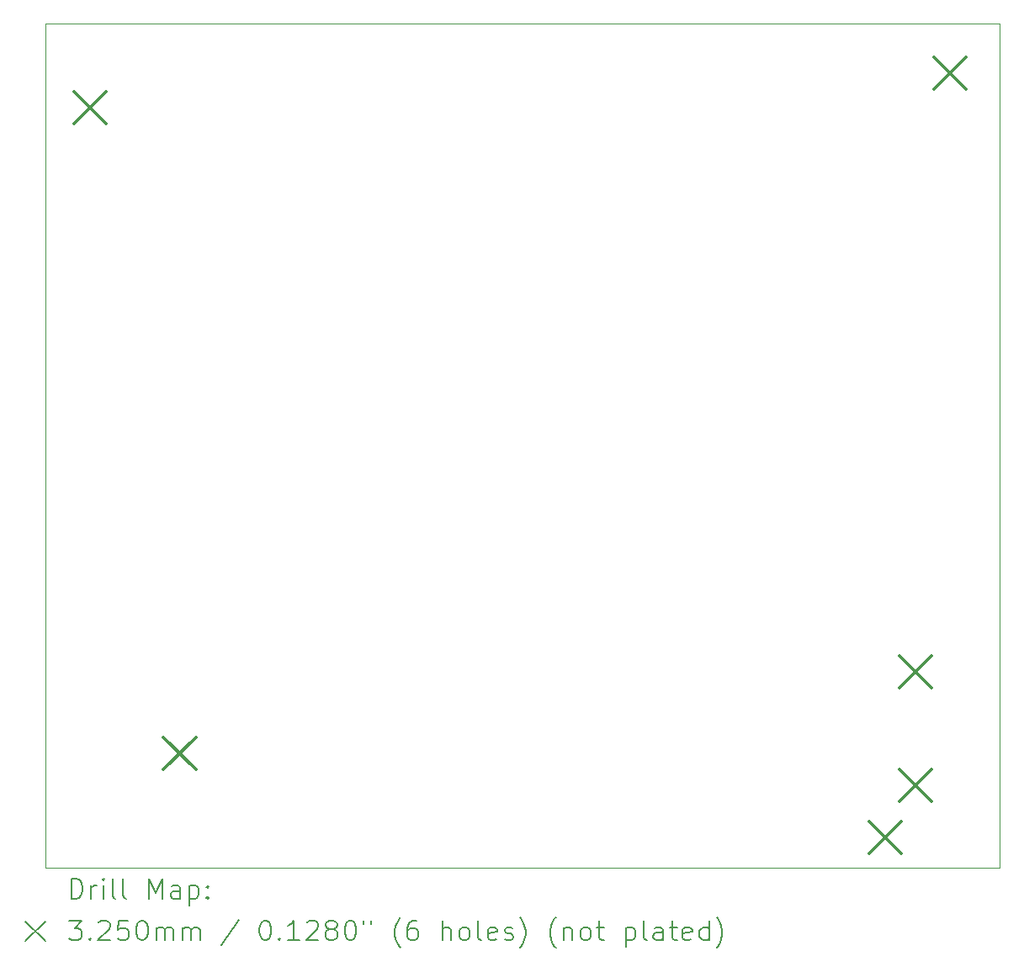
<source format=gbr>
%TF.GenerationSoftware,KiCad,Pcbnew,8.0.8*%
%TF.CreationDate,2025-02-06T19:54:42+00:00*%
%TF.ProjectId,TeensyELS,5465656e-7379-4454-9c53-2e6b69636164,rev?*%
%TF.SameCoordinates,Original*%
%TF.FileFunction,Drillmap*%
%TF.FilePolarity,Positive*%
%FSLAX45Y45*%
G04 Gerber Fmt 4.5, Leading zero omitted, Abs format (unit mm)*
G04 Created by KiCad (PCBNEW 8.0.8) date 2025-02-06 19:54:42*
%MOMM*%
%LPD*%
G01*
G04 APERTURE LIST*
%ADD10C,0.050000*%
%ADD11C,0.200000*%
%ADD12C,0.325000*%
G04 APERTURE END LIST*
D10*
X11300000Y-2400000D02*
X1700000Y-2400000D01*
X11300000Y-10900000D02*
X11300000Y-2400000D01*
X1700000Y-2400000D02*
X1700000Y-10900000D01*
X1700000Y-10900000D02*
X11300000Y-10900000D01*
D11*
D12*
X1987500Y-3087500D02*
X2312500Y-3412500D01*
X2312500Y-3087500D02*
X1987500Y-3412500D01*
X2887500Y-9587500D02*
X3212500Y-9912500D01*
X3212500Y-9587500D02*
X2887500Y-9912500D01*
X9987500Y-10437500D02*
X10312500Y-10762500D01*
X10312500Y-10437500D02*
X9987500Y-10762500D01*
X10292500Y-8766000D02*
X10617500Y-9091000D01*
X10617500Y-8766000D02*
X10292500Y-9091000D01*
X10292500Y-9909000D02*
X10617500Y-10234000D01*
X10617500Y-9909000D02*
X10292500Y-10234000D01*
X10637500Y-2737500D02*
X10962500Y-3062500D01*
X10962500Y-2737500D02*
X10637500Y-3062500D01*
D11*
X1958277Y-11213984D02*
X1958277Y-11013984D01*
X1958277Y-11013984D02*
X2005896Y-11013984D01*
X2005896Y-11013984D02*
X2034467Y-11023508D01*
X2034467Y-11023508D02*
X2053515Y-11042555D01*
X2053515Y-11042555D02*
X2063039Y-11061603D01*
X2063039Y-11061603D02*
X2072562Y-11099698D01*
X2072562Y-11099698D02*
X2072562Y-11128270D01*
X2072562Y-11128270D02*
X2063039Y-11166365D01*
X2063039Y-11166365D02*
X2053515Y-11185412D01*
X2053515Y-11185412D02*
X2034467Y-11204460D01*
X2034467Y-11204460D02*
X2005896Y-11213984D01*
X2005896Y-11213984D02*
X1958277Y-11213984D01*
X2158277Y-11213984D02*
X2158277Y-11080650D01*
X2158277Y-11118746D02*
X2167801Y-11099698D01*
X2167801Y-11099698D02*
X2177324Y-11090174D01*
X2177324Y-11090174D02*
X2196372Y-11080650D01*
X2196372Y-11080650D02*
X2215420Y-11080650D01*
X2282086Y-11213984D02*
X2282086Y-11080650D01*
X2282086Y-11013984D02*
X2272563Y-11023508D01*
X2272563Y-11023508D02*
X2282086Y-11033031D01*
X2282086Y-11033031D02*
X2291610Y-11023508D01*
X2291610Y-11023508D02*
X2282086Y-11013984D01*
X2282086Y-11013984D02*
X2282086Y-11033031D01*
X2405896Y-11213984D02*
X2386848Y-11204460D01*
X2386848Y-11204460D02*
X2377324Y-11185412D01*
X2377324Y-11185412D02*
X2377324Y-11013984D01*
X2510658Y-11213984D02*
X2491610Y-11204460D01*
X2491610Y-11204460D02*
X2482086Y-11185412D01*
X2482086Y-11185412D02*
X2482086Y-11013984D01*
X2739229Y-11213984D02*
X2739229Y-11013984D01*
X2739229Y-11013984D02*
X2805896Y-11156841D01*
X2805896Y-11156841D02*
X2872562Y-11013984D01*
X2872562Y-11013984D02*
X2872562Y-11213984D01*
X3053515Y-11213984D02*
X3053515Y-11109222D01*
X3053515Y-11109222D02*
X3043991Y-11090174D01*
X3043991Y-11090174D02*
X3024943Y-11080650D01*
X3024943Y-11080650D02*
X2986848Y-11080650D01*
X2986848Y-11080650D02*
X2967801Y-11090174D01*
X3053515Y-11204460D02*
X3034467Y-11213984D01*
X3034467Y-11213984D02*
X2986848Y-11213984D01*
X2986848Y-11213984D02*
X2967801Y-11204460D01*
X2967801Y-11204460D02*
X2958277Y-11185412D01*
X2958277Y-11185412D02*
X2958277Y-11166365D01*
X2958277Y-11166365D02*
X2967801Y-11147317D01*
X2967801Y-11147317D02*
X2986848Y-11137793D01*
X2986848Y-11137793D02*
X3034467Y-11137793D01*
X3034467Y-11137793D02*
X3053515Y-11128270D01*
X3148753Y-11080650D02*
X3148753Y-11280650D01*
X3148753Y-11090174D02*
X3167801Y-11080650D01*
X3167801Y-11080650D02*
X3205896Y-11080650D01*
X3205896Y-11080650D02*
X3224943Y-11090174D01*
X3224943Y-11090174D02*
X3234467Y-11099698D01*
X3234467Y-11099698D02*
X3243991Y-11118746D01*
X3243991Y-11118746D02*
X3243991Y-11175889D01*
X3243991Y-11175889D02*
X3234467Y-11194936D01*
X3234467Y-11194936D02*
X3224943Y-11204460D01*
X3224943Y-11204460D02*
X3205896Y-11213984D01*
X3205896Y-11213984D02*
X3167801Y-11213984D01*
X3167801Y-11213984D02*
X3148753Y-11204460D01*
X3329705Y-11194936D02*
X3339229Y-11204460D01*
X3339229Y-11204460D02*
X3329705Y-11213984D01*
X3329705Y-11213984D02*
X3320182Y-11204460D01*
X3320182Y-11204460D02*
X3329705Y-11194936D01*
X3329705Y-11194936D02*
X3329705Y-11213984D01*
X3329705Y-11090174D02*
X3339229Y-11099698D01*
X3339229Y-11099698D02*
X3329705Y-11109222D01*
X3329705Y-11109222D02*
X3320182Y-11099698D01*
X3320182Y-11099698D02*
X3329705Y-11090174D01*
X3329705Y-11090174D02*
X3329705Y-11109222D01*
X1497500Y-11442500D02*
X1697500Y-11642500D01*
X1697500Y-11442500D02*
X1497500Y-11642500D01*
X1939229Y-11433984D02*
X2063039Y-11433984D01*
X2063039Y-11433984D02*
X1996372Y-11510174D01*
X1996372Y-11510174D02*
X2024943Y-11510174D01*
X2024943Y-11510174D02*
X2043991Y-11519698D01*
X2043991Y-11519698D02*
X2053515Y-11529222D01*
X2053515Y-11529222D02*
X2063039Y-11548269D01*
X2063039Y-11548269D02*
X2063039Y-11595888D01*
X2063039Y-11595888D02*
X2053515Y-11614936D01*
X2053515Y-11614936D02*
X2043991Y-11624460D01*
X2043991Y-11624460D02*
X2024943Y-11633984D01*
X2024943Y-11633984D02*
X1967801Y-11633984D01*
X1967801Y-11633984D02*
X1948753Y-11624460D01*
X1948753Y-11624460D02*
X1939229Y-11614936D01*
X2148753Y-11614936D02*
X2158277Y-11624460D01*
X2158277Y-11624460D02*
X2148753Y-11633984D01*
X2148753Y-11633984D02*
X2139229Y-11624460D01*
X2139229Y-11624460D02*
X2148753Y-11614936D01*
X2148753Y-11614936D02*
X2148753Y-11633984D01*
X2234467Y-11453031D02*
X2243991Y-11443508D01*
X2243991Y-11443508D02*
X2263039Y-11433984D01*
X2263039Y-11433984D02*
X2310658Y-11433984D01*
X2310658Y-11433984D02*
X2329705Y-11443508D01*
X2329705Y-11443508D02*
X2339229Y-11453031D01*
X2339229Y-11453031D02*
X2348753Y-11472079D01*
X2348753Y-11472079D02*
X2348753Y-11491127D01*
X2348753Y-11491127D02*
X2339229Y-11519698D01*
X2339229Y-11519698D02*
X2224944Y-11633984D01*
X2224944Y-11633984D02*
X2348753Y-11633984D01*
X2529705Y-11433984D02*
X2434467Y-11433984D01*
X2434467Y-11433984D02*
X2424944Y-11529222D01*
X2424944Y-11529222D02*
X2434467Y-11519698D01*
X2434467Y-11519698D02*
X2453515Y-11510174D01*
X2453515Y-11510174D02*
X2501134Y-11510174D01*
X2501134Y-11510174D02*
X2520182Y-11519698D01*
X2520182Y-11519698D02*
X2529705Y-11529222D01*
X2529705Y-11529222D02*
X2539229Y-11548269D01*
X2539229Y-11548269D02*
X2539229Y-11595888D01*
X2539229Y-11595888D02*
X2529705Y-11614936D01*
X2529705Y-11614936D02*
X2520182Y-11624460D01*
X2520182Y-11624460D02*
X2501134Y-11633984D01*
X2501134Y-11633984D02*
X2453515Y-11633984D01*
X2453515Y-11633984D02*
X2434467Y-11624460D01*
X2434467Y-11624460D02*
X2424944Y-11614936D01*
X2663039Y-11433984D02*
X2682086Y-11433984D01*
X2682086Y-11433984D02*
X2701134Y-11443508D01*
X2701134Y-11443508D02*
X2710658Y-11453031D01*
X2710658Y-11453031D02*
X2720182Y-11472079D01*
X2720182Y-11472079D02*
X2729705Y-11510174D01*
X2729705Y-11510174D02*
X2729705Y-11557793D01*
X2729705Y-11557793D02*
X2720182Y-11595888D01*
X2720182Y-11595888D02*
X2710658Y-11614936D01*
X2710658Y-11614936D02*
X2701134Y-11624460D01*
X2701134Y-11624460D02*
X2682086Y-11633984D01*
X2682086Y-11633984D02*
X2663039Y-11633984D01*
X2663039Y-11633984D02*
X2643991Y-11624460D01*
X2643991Y-11624460D02*
X2634467Y-11614936D01*
X2634467Y-11614936D02*
X2624944Y-11595888D01*
X2624944Y-11595888D02*
X2615420Y-11557793D01*
X2615420Y-11557793D02*
X2615420Y-11510174D01*
X2615420Y-11510174D02*
X2624944Y-11472079D01*
X2624944Y-11472079D02*
X2634467Y-11453031D01*
X2634467Y-11453031D02*
X2643991Y-11443508D01*
X2643991Y-11443508D02*
X2663039Y-11433984D01*
X2815420Y-11633984D02*
X2815420Y-11500650D01*
X2815420Y-11519698D02*
X2824943Y-11510174D01*
X2824943Y-11510174D02*
X2843991Y-11500650D01*
X2843991Y-11500650D02*
X2872563Y-11500650D01*
X2872563Y-11500650D02*
X2891610Y-11510174D01*
X2891610Y-11510174D02*
X2901134Y-11529222D01*
X2901134Y-11529222D02*
X2901134Y-11633984D01*
X2901134Y-11529222D02*
X2910658Y-11510174D01*
X2910658Y-11510174D02*
X2929705Y-11500650D01*
X2929705Y-11500650D02*
X2958277Y-11500650D01*
X2958277Y-11500650D02*
X2977324Y-11510174D01*
X2977324Y-11510174D02*
X2986848Y-11529222D01*
X2986848Y-11529222D02*
X2986848Y-11633984D01*
X3082086Y-11633984D02*
X3082086Y-11500650D01*
X3082086Y-11519698D02*
X3091610Y-11510174D01*
X3091610Y-11510174D02*
X3110658Y-11500650D01*
X3110658Y-11500650D02*
X3139229Y-11500650D01*
X3139229Y-11500650D02*
X3158277Y-11510174D01*
X3158277Y-11510174D02*
X3167801Y-11529222D01*
X3167801Y-11529222D02*
X3167801Y-11633984D01*
X3167801Y-11529222D02*
X3177324Y-11510174D01*
X3177324Y-11510174D02*
X3196372Y-11500650D01*
X3196372Y-11500650D02*
X3224943Y-11500650D01*
X3224943Y-11500650D02*
X3243991Y-11510174D01*
X3243991Y-11510174D02*
X3253515Y-11529222D01*
X3253515Y-11529222D02*
X3253515Y-11633984D01*
X3643991Y-11424460D02*
X3472563Y-11681603D01*
X3901134Y-11433984D02*
X3920182Y-11433984D01*
X3920182Y-11433984D02*
X3939229Y-11443508D01*
X3939229Y-11443508D02*
X3948753Y-11453031D01*
X3948753Y-11453031D02*
X3958277Y-11472079D01*
X3958277Y-11472079D02*
X3967801Y-11510174D01*
X3967801Y-11510174D02*
X3967801Y-11557793D01*
X3967801Y-11557793D02*
X3958277Y-11595888D01*
X3958277Y-11595888D02*
X3948753Y-11614936D01*
X3948753Y-11614936D02*
X3939229Y-11624460D01*
X3939229Y-11624460D02*
X3920182Y-11633984D01*
X3920182Y-11633984D02*
X3901134Y-11633984D01*
X3901134Y-11633984D02*
X3882086Y-11624460D01*
X3882086Y-11624460D02*
X3872563Y-11614936D01*
X3872563Y-11614936D02*
X3863039Y-11595888D01*
X3863039Y-11595888D02*
X3853515Y-11557793D01*
X3853515Y-11557793D02*
X3853515Y-11510174D01*
X3853515Y-11510174D02*
X3863039Y-11472079D01*
X3863039Y-11472079D02*
X3872563Y-11453031D01*
X3872563Y-11453031D02*
X3882086Y-11443508D01*
X3882086Y-11443508D02*
X3901134Y-11433984D01*
X4053515Y-11614936D02*
X4063039Y-11624460D01*
X4063039Y-11624460D02*
X4053515Y-11633984D01*
X4053515Y-11633984D02*
X4043991Y-11624460D01*
X4043991Y-11624460D02*
X4053515Y-11614936D01*
X4053515Y-11614936D02*
X4053515Y-11633984D01*
X4253515Y-11633984D02*
X4139229Y-11633984D01*
X4196372Y-11633984D02*
X4196372Y-11433984D01*
X4196372Y-11433984D02*
X4177325Y-11462555D01*
X4177325Y-11462555D02*
X4158277Y-11481603D01*
X4158277Y-11481603D02*
X4139229Y-11491127D01*
X4329706Y-11453031D02*
X4339229Y-11443508D01*
X4339229Y-11443508D02*
X4358277Y-11433984D01*
X4358277Y-11433984D02*
X4405896Y-11433984D01*
X4405896Y-11433984D02*
X4424944Y-11443508D01*
X4424944Y-11443508D02*
X4434468Y-11453031D01*
X4434468Y-11453031D02*
X4443991Y-11472079D01*
X4443991Y-11472079D02*
X4443991Y-11491127D01*
X4443991Y-11491127D02*
X4434468Y-11519698D01*
X4434468Y-11519698D02*
X4320182Y-11633984D01*
X4320182Y-11633984D02*
X4443991Y-11633984D01*
X4558277Y-11519698D02*
X4539229Y-11510174D01*
X4539229Y-11510174D02*
X4529706Y-11500650D01*
X4529706Y-11500650D02*
X4520182Y-11481603D01*
X4520182Y-11481603D02*
X4520182Y-11472079D01*
X4520182Y-11472079D02*
X4529706Y-11453031D01*
X4529706Y-11453031D02*
X4539229Y-11443508D01*
X4539229Y-11443508D02*
X4558277Y-11433984D01*
X4558277Y-11433984D02*
X4596372Y-11433984D01*
X4596372Y-11433984D02*
X4615420Y-11443508D01*
X4615420Y-11443508D02*
X4624944Y-11453031D01*
X4624944Y-11453031D02*
X4634468Y-11472079D01*
X4634468Y-11472079D02*
X4634468Y-11481603D01*
X4634468Y-11481603D02*
X4624944Y-11500650D01*
X4624944Y-11500650D02*
X4615420Y-11510174D01*
X4615420Y-11510174D02*
X4596372Y-11519698D01*
X4596372Y-11519698D02*
X4558277Y-11519698D01*
X4558277Y-11519698D02*
X4539229Y-11529222D01*
X4539229Y-11529222D02*
X4529706Y-11538746D01*
X4529706Y-11538746D02*
X4520182Y-11557793D01*
X4520182Y-11557793D02*
X4520182Y-11595888D01*
X4520182Y-11595888D02*
X4529706Y-11614936D01*
X4529706Y-11614936D02*
X4539229Y-11624460D01*
X4539229Y-11624460D02*
X4558277Y-11633984D01*
X4558277Y-11633984D02*
X4596372Y-11633984D01*
X4596372Y-11633984D02*
X4615420Y-11624460D01*
X4615420Y-11624460D02*
X4624944Y-11614936D01*
X4624944Y-11614936D02*
X4634468Y-11595888D01*
X4634468Y-11595888D02*
X4634468Y-11557793D01*
X4634468Y-11557793D02*
X4624944Y-11538746D01*
X4624944Y-11538746D02*
X4615420Y-11529222D01*
X4615420Y-11529222D02*
X4596372Y-11519698D01*
X4758277Y-11433984D02*
X4777325Y-11433984D01*
X4777325Y-11433984D02*
X4796372Y-11443508D01*
X4796372Y-11443508D02*
X4805896Y-11453031D01*
X4805896Y-11453031D02*
X4815420Y-11472079D01*
X4815420Y-11472079D02*
X4824944Y-11510174D01*
X4824944Y-11510174D02*
X4824944Y-11557793D01*
X4824944Y-11557793D02*
X4815420Y-11595888D01*
X4815420Y-11595888D02*
X4805896Y-11614936D01*
X4805896Y-11614936D02*
X4796372Y-11624460D01*
X4796372Y-11624460D02*
X4777325Y-11633984D01*
X4777325Y-11633984D02*
X4758277Y-11633984D01*
X4758277Y-11633984D02*
X4739229Y-11624460D01*
X4739229Y-11624460D02*
X4729706Y-11614936D01*
X4729706Y-11614936D02*
X4720182Y-11595888D01*
X4720182Y-11595888D02*
X4710658Y-11557793D01*
X4710658Y-11557793D02*
X4710658Y-11510174D01*
X4710658Y-11510174D02*
X4720182Y-11472079D01*
X4720182Y-11472079D02*
X4729706Y-11453031D01*
X4729706Y-11453031D02*
X4739229Y-11443508D01*
X4739229Y-11443508D02*
X4758277Y-11433984D01*
X4901134Y-11433984D02*
X4901134Y-11472079D01*
X4977325Y-11433984D02*
X4977325Y-11472079D01*
X5272563Y-11710174D02*
X5263039Y-11700650D01*
X5263039Y-11700650D02*
X5243991Y-11672079D01*
X5243991Y-11672079D02*
X5234468Y-11653031D01*
X5234468Y-11653031D02*
X5224944Y-11624460D01*
X5224944Y-11624460D02*
X5215420Y-11576841D01*
X5215420Y-11576841D02*
X5215420Y-11538746D01*
X5215420Y-11538746D02*
X5224944Y-11491127D01*
X5224944Y-11491127D02*
X5234468Y-11462555D01*
X5234468Y-11462555D02*
X5243991Y-11443508D01*
X5243991Y-11443508D02*
X5263039Y-11414936D01*
X5263039Y-11414936D02*
X5272563Y-11405412D01*
X5434468Y-11433984D02*
X5396372Y-11433984D01*
X5396372Y-11433984D02*
X5377325Y-11443508D01*
X5377325Y-11443508D02*
X5367801Y-11453031D01*
X5367801Y-11453031D02*
X5348753Y-11481603D01*
X5348753Y-11481603D02*
X5339230Y-11519698D01*
X5339230Y-11519698D02*
X5339230Y-11595888D01*
X5339230Y-11595888D02*
X5348753Y-11614936D01*
X5348753Y-11614936D02*
X5358277Y-11624460D01*
X5358277Y-11624460D02*
X5377325Y-11633984D01*
X5377325Y-11633984D02*
X5415420Y-11633984D01*
X5415420Y-11633984D02*
X5434468Y-11624460D01*
X5434468Y-11624460D02*
X5443991Y-11614936D01*
X5443991Y-11614936D02*
X5453515Y-11595888D01*
X5453515Y-11595888D02*
X5453515Y-11548269D01*
X5453515Y-11548269D02*
X5443991Y-11529222D01*
X5443991Y-11529222D02*
X5434468Y-11519698D01*
X5434468Y-11519698D02*
X5415420Y-11510174D01*
X5415420Y-11510174D02*
X5377325Y-11510174D01*
X5377325Y-11510174D02*
X5358277Y-11519698D01*
X5358277Y-11519698D02*
X5348753Y-11529222D01*
X5348753Y-11529222D02*
X5339230Y-11548269D01*
X5691610Y-11633984D02*
X5691610Y-11433984D01*
X5777325Y-11633984D02*
X5777325Y-11529222D01*
X5777325Y-11529222D02*
X5767801Y-11510174D01*
X5767801Y-11510174D02*
X5748753Y-11500650D01*
X5748753Y-11500650D02*
X5720182Y-11500650D01*
X5720182Y-11500650D02*
X5701134Y-11510174D01*
X5701134Y-11510174D02*
X5691610Y-11519698D01*
X5901134Y-11633984D02*
X5882087Y-11624460D01*
X5882087Y-11624460D02*
X5872563Y-11614936D01*
X5872563Y-11614936D02*
X5863039Y-11595888D01*
X5863039Y-11595888D02*
X5863039Y-11538746D01*
X5863039Y-11538746D02*
X5872563Y-11519698D01*
X5872563Y-11519698D02*
X5882087Y-11510174D01*
X5882087Y-11510174D02*
X5901134Y-11500650D01*
X5901134Y-11500650D02*
X5929706Y-11500650D01*
X5929706Y-11500650D02*
X5948753Y-11510174D01*
X5948753Y-11510174D02*
X5958277Y-11519698D01*
X5958277Y-11519698D02*
X5967801Y-11538746D01*
X5967801Y-11538746D02*
X5967801Y-11595888D01*
X5967801Y-11595888D02*
X5958277Y-11614936D01*
X5958277Y-11614936D02*
X5948753Y-11624460D01*
X5948753Y-11624460D02*
X5929706Y-11633984D01*
X5929706Y-11633984D02*
X5901134Y-11633984D01*
X6082087Y-11633984D02*
X6063039Y-11624460D01*
X6063039Y-11624460D02*
X6053515Y-11605412D01*
X6053515Y-11605412D02*
X6053515Y-11433984D01*
X6234468Y-11624460D02*
X6215420Y-11633984D01*
X6215420Y-11633984D02*
X6177325Y-11633984D01*
X6177325Y-11633984D02*
X6158277Y-11624460D01*
X6158277Y-11624460D02*
X6148753Y-11605412D01*
X6148753Y-11605412D02*
X6148753Y-11529222D01*
X6148753Y-11529222D02*
X6158277Y-11510174D01*
X6158277Y-11510174D02*
X6177325Y-11500650D01*
X6177325Y-11500650D02*
X6215420Y-11500650D01*
X6215420Y-11500650D02*
X6234468Y-11510174D01*
X6234468Y-11510174D02*
X6243991Y-11529222D01*
X6243991Y-11529222D02*
X6243991Y-11548269D01*
X6243991Y-11548269D02*
X6148753Y-11567317D01*
X6320182Y-11624460D02*
X6339230Y-11633984D01*
X6339230Y-11633984D02*
X6377325Y-11633984D01*
X6377325Y-11633984D02*
X6396372Y-11624460D01*
X6396372Y-11624460D02*
X6405896Y-11605412D01*
X6405896Y-11605412D02*
X6405896Y-11595888D01*
X6405896Y-11595888D02*
X6396372Y-11576841D01*
X6396372Y-11576841D02*
X6377325Y-11567317D01*
X6377325Y-11567317D02*
X6348753Y-11567317D01*
X6348753Y-11567317D02*
X6329706Y-11557793D01*
X6329706Y-11557793D02*
X6320182Y-11538746D01*
X6320182Y-11538746D02*
X6320182Y-11529222D01*
X6320182Y-11529222D02*
X6329706Y-11510174D01*
X6329706Y-11510174D02*
X6348753Y-11500650D01*
X6348753Y-11500650D02*
X6377325Y-11500650D01*
X6377325Y-11500650D02*
X6396372Y-11510174D01*
X6472563Y-11710174D02*
X6482087Y-11700650D01*
X6482087Y-11700650D02*
X6501134Y-11672079D01*
X6501134Y-11672079D02*
X6510658Y-11653031D01*
X6510658Y-11653031D02*
X6520182Y-11624460D01*
X6520182Y-11624460D02*
X6529706Y-11576841D01*
X6529706Y-11576841D02*
X6529706Y-11538746D01*
X6529706Y-11538746D02*
X6520182Y-11491127D01*
X6520182Y-11491127D02*
X6510658Y-11462555D01*
X6510658Y-11462555D02*
X6501134Y-11443508D01*
X6501134Y-11443508D02*
X6482087Y-11414936D01*
X6482087Y-11414936D02*
X6472563Y-11405412D01*
X6834468Y-11710174D02*
X6824944Y-11700650D01*
X6824944Y-11700650D02*
X6805896Y-11672079D01*
X6805896Y-11672079D02*
X6796372Y-11653031D01*
X6796372Y-11653031D02*
X6786849Y-11624460D01*
X6786849Y-11624460D02*
X6777325Y-11576841D01*
X6777325Y-11576841D02*
X6777325Y-11538746D01*
X6777325Y-11538746D02*
X6786849Y-11491127D01*
X6786849Y-11491127D02*
X6796372Y-11462555D01*
X6796372Y-11462555D02*
X6805896Y-11443508D01*
X6805896Y-11443508D02*
X6824944Y-11414936D01*
X6824944Y-11414936D02*
X6834468Y-11405412D01*
X6910658Y-11500650D02*
X6910658Y-11633984D01*
X6910658Y-11519698D02*
X6920182Y-11510174D01*
X6920182Y-11510174D02*
X6939230Y-11500650D01*
X6939230Y-11500650D02*
X6967801Y-11500650D01*
X6967801Y-11500650D02*
X6986849Y-11510174D01*
X6986849Y-11510174D02*
X6996372Y-11529222D01*
X6996372Y-11529222D02*
X6996372Y-11633984D01*
X7120182Y-11633984D02*
X7101134Y-11624460D01*
X7101134Y-11624460D02*
X7091611Y-11614936D01*
X7091611Y-11614936D02*
X7082087Y-11595888D01*
X7082087Y-11595888D02*
X7082087Y-11538746D01*
X7082087Y-11538746D02*
X7091611Y-11519698D01*
X7091611Y-11519698D02*
X7101134Y-11510174D01*
X7101134Y-11510174D02*
X7120182Y-11500650D01*
X7120182Y-11500650D02*
X7148753Y-11500650D01*
X7148753Y-11500650D02*
X7167801Y-11510174D01*
X7167801Y-11510174D02*
X7177325Y-11519698D01*
X7177325Y-11519698D02*
X7186849Y-11538746D01*
X7186849Y-11538746D02*
X7186849Y-11595888D01*
X7186849Y-11595888D02*
X7177325Y-11614936D01*
X7177325Y-11614936D02*
X7167801Y-11624460D01*
X7167801Y-11624460D02*
X7148753Y-11633984D01*
X7148753Y-11633984D02*
X7120182Y-11633984D01*
X7243992Y-11500650D02*
X7320182Y-11500650D01*
X7272563Y-11433984D02*
X7272563Y-11605412D01*
X7272563Y-11605412D02*
X7282087Y-11624460D01*
X7282087Y-11624460D02*
X7301134Y-11633984D01*
X7301134Y-11633984D02*
X7320182Y-11633984D01*
X7539230Y-11500650D02*
X7539230Y-11700650D01*
X7539230Y-11510174D02*
X7558277Y-11500650D01*
X7558277Y-11500650D02*
X7596373Y-11500650D01*
X7596373Y-11500650D02*
X7615420Y-11510174D01*
X7615420Y-11510174D02*
X7624944Y-11519698D01*
X7624944Y-11519698D02*
X7634468Y-11538746D01*
X7634468Y-11538746D02*
X7634468Y-11595888D01*
X7634468Y-11595888D02*
X7624944Y-11614936D01*
X7624944Y-11614936D02*
X7615420Y-11624460D01*
X7615420Y-11624460D02*
X7596373Y-11633984D01*
X7596373Y-11633984D02*
X7558277Y-11633984D01*
X7558277Y-11633984D02*
X7539230Y-11624460D01*
X7748753Y-11633984D02*
X7729706Y-11624460D01*
X7729706Y-11624460D02*
X7720182Y-11605412D01*
X7720182Y-11605412D02*
X7720182Y-11433984D01*
X7910658Y-11633984D02*
X7910658Y-11529222D01*
X7910658Y-11529222D02*
X7901134Y-11510174D01*
X7901134Y-11510174D02*
X7882087Y-11500650D01*
X7882087Y-11500650D02*
X7843992Y-11500650D01*
X7843992Y-11500650D02*
X7824944Y-11510174D01*
X7910658Y-11624460D02*
X7891611Y-11633984D01*
X7891611Y-11633984D02*
X7843992Y-11633984D01*
X7843992Y-11633984D02*
X7824944Y-11624460D01*
X7824944Y-11624460D02*
X7815420Y-11605412D01*
X7815420Y-11605412D02*
X7815420Y-11586365D01*
X7815420Y-11586365D02*
X7824944Y-11567317D01*
X7824944Y-11567317D02*
X7843992Y-11557793D01*
X7843992Y-11557793D02*
X7891611Y-11557793D01*
X7891611Y-11557793D02*
X7910658Y-11548269D01*
X7977325Y-11500650D02*
X8053515Y-11500650D01*
X8005896Y-11433984D02*
X8005896Y-11605412D01*
X8005896Y-11605412D02*
X8015420Y-11624460D01*
X8015420Y-11624460D02*
X8034468Y-11633984D01*
X8034468Y-11633984D02*
X8053515Y-11633984D01*
X8196373Y-11624460D02*
X8177325Y-11633984D01*
X8177325Y-11633984D02*
X8139230Y-11633984D01*
X8139230Y-11633984D02*
X8120182Y-11624460D01*
X8120182Y-11624460D02*
X8110658Y-11605412D01*
X8110658Y-11605412D02*
X8110658Y-11529222D01*
X8110658Y-11529222D02*
X8120182Y-11510174D01*
X8120182Y-11510174D02*
X8139230Y-11500650D01*
X8139230Y-11500650D02*
X8177325Y-11500650D01*
X8177325Y-11500650D02*
X8196373Y-11510174D01*
X8196373Y-11510174D02*
X8205896Y-11529222D01*
X8205896Y-11529222D02*
X8205896Y-11548269D01*
X8205896Y-11548269D02*
X8110658Y-11567317D01*
X8377325Y-11633984D02*
X8377325Y-11433984D01*
X8377325Y-11624460D02*
X8358277Y-11633984D01*
X8358277Y-11633984D02*
X8320182Y-11633984D01*
X8320182Y-11633984D02*
X8301134Y-11624460D01*
X8301134Y-11624460D02*
X8291611Y-11614936D01*
X8291611Y-11614936D02*
X8282087Y-11595888D01*
X8282087Y-11595888D02*
X8282087Y-11538746D01*
X8282087Y-11538746D02*
X8291611Y-11519698D01*
X8291611Y-11519698D02*
X8301134Y-11510174D01*
X8301134Y-11510174D02*
X8320182Y-11500650D01*
X8320182Y-11500650D02*
X8358277Y-11500650D01*
X8358277Y-11500650D02*
X8377325Y-11510174D01*
X8453516Y-11710174D02*
X8463039Y-11700650D01*
X8463039Y-11700650D02*
X8482087Y-11672079D01*
X8482087Y-11672079D02*
X8491611Y-11653031D01*
X8491611Y-11653031D02*
X8501135Y-11624460D01*
X8501135Y-11624460D02*
X8510658Y-11576841D01*
X8510658Y-11576841D02*
X8510658Y-11538746D01*
X8510658Y-11538746D02*
X8501135Y-11491127D01*
X8501135Y-11491127D02*
X8491611Y-11462555D01*
X8491611Y-11462555D02*
X8482087Y-11443508D01*
X8482087Y-11443508D02*
X8463039Y-11414936D01*
X8463039Y-11414936D02*
X8453516Y-11405412D01*
M02*

</source>
